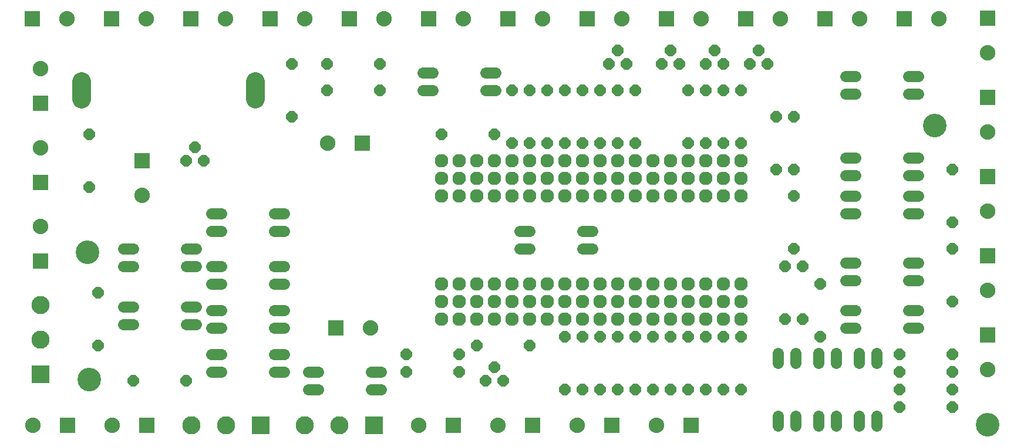
<source format=gbs>
G04 EAGLE Gerber RS-274X export*
G75*
%MOMM*%
%FSLAX34Y34*%
%LPD*%
%INBottom Soldermask*%
%IPPOS*%
%AMOC8*
5,1,8,0,0,1.08239X$1,22.5*%
G01*
%ADD10C,3.403194*%
%ADD11P,1.759533X8X22.500000*%
%ADD12C,1.955800*%
%ADD13C,1.625600*%
%ADD14P,1.759533X8X112.500000*%
%ADD15P,1.759533X8X292.500000*%
%ADD16P,1.759533X8X202.500000*%
%ADD17R,2.235200X2.235200*%
%ADD18C,2.235200*%
%ADD19R,2.616200X2.616200*%
%ADD20C,2.616200*%
%ADD21C,2.743200*%


D10*
X1435100Y63500D03*
X1358900Y495300D03*
X137160Y312420D03*
X139700Y128270D03*
D11*
X304800Y444500D03*
X292100Y463550D03*
X279400Y444500D03*
X736600Y127000D03*
X723900Y146050D03*
X711200Y127000D03*
X1054100Y584200D03*
X1041400Y603250D03*
X1028700Y584200D03*
X1117600Y584200D03*
X1104900Y603250D03*
X1092200Y584200D03*
D12*
X647700Y215900D03*
X673100Y215900D03*
X698500Y215900D03*
X723900Y215900D03*
X749300Y215900D03*
X774700Y215900D03*
X800100Y215900D03*
X825500Y215900D03*
X850900Y215900D03*
X876300Y215900D03*
X901700Y215900D03*
X927100Y215900D03*
X952500Y215900D03*
X977900Y215900D03*
X1003300Y215900D03*
X1028700Y215900D03*
X1054100Y215900D03*
X1079500Y215900D03*
X647700Y241300D03*
X673100Y241300D03*
X698500Y241300D03*
X723900Y241300D03*
X749300Y241300D03*
X774700Y241300D03*
X800100Y241300D03*
X825500Y241300D03*
X850900Y241300D03*
X876300Y241300D03*
X901700Y241300D03*
X927100Y241300D03*
X952500Y241300D03*
X977900Y241300D03*
X1003300Y241300D03*
X1028700Y241300D03*
X1054100Y241300D03*
X1079500Y241300D03*
X647700Y266700D03*
X673100Y266700D03*
X698500Y266700D03*
X723900Y266700D03*
X749300Y266700D03*
X774700Y266700D03*
X800100Y266700D03*
X825500Y266700D03*
X850900Y266700D03*
X876300Y266700D03*
X901700Y266700D03*
X927100Y266700D03*
X952500Y266700D03*
X977900Y266700D03*
X1003300Y266700D03*
X1028700Y266700D03*
X1054100Y266700D03*
X1079500Y266700D03*
X647700Y393700D03*
X673100Y393700D03*
X698500Y393700D03*
X723900Y393700D03*
X749300Y393700D03*
X774700Y393700D03*
X800100Y393700D03*
X825500Y393700D03*
X850900Y393700D03*
X876300Y393700D03*
X901700Y393700D03*
X927100Y393700D03*
X952500Y393700D03*
X977900Y393700D03*
X1003300Y393700D03*
X1028700Y393700D03*
X1054100Y393700D03*
X1079500Y393700D03*
X647700Y419100D03*
X673100Y419100D03*
X698500Y419100D03*
X723900Y419100D03*
X749300Y419100D03*
X774700Y419100D03*
X800100Y419100D03*
X825500Y419100D03*
X850900Y419100D03*
X876300Y419100D03*
X901700Y419100D03*
X927100Y419100D03*
X952500Y419100D03*
X977900Y419100D03*
X1003300Y419100D03*
X1028700Y419100D03*
X1054100Y419100D03*
X1079500Y419100D03*
X647700Y444500D03*
X673100Y444500D03*
X698500Y444500D03*
X723900Y444500D03*
X749300Y444500D03*
X774700Y444500D03*
X800100Y444500D03*
X825500Y444500D03*
X850900Y444500D03*
X876300Y444500D03*
X901700Y444500D03*
X927100Y444500D03*
X952500Y444500D03*
X977900Y444500D03*
X1003300Y444500D03*
X1028700Y444500D03*
X1054100Y444500D03*
X1079500Y444500D03*
D13*
X203200Y317500D02*
X188976Y317500D01*
X188976Y292100D02*
X203200Y292100D01*
X279400Y292100D02*
X293624Y292100D01*
X293624Y317500D02*
X279400Y317500D01*
X406400Y203200D02*
X420624Y203200D01*
X420624Y228600D02*
X406400Y228600D01*
X330200Y228600D02*
X315976Y228600D01*
X315976Y203200D02*
X330200Y203200D01*
X1320800Y271780D02*
X1335024Y271780D01*
X1335024Y297180D02*
X1320800Y297180D01*
X1244600Y297180D02*
X1230376Y297180D01*
X1230376Y271780D02*
X1244600Y271780D01*
X330200Y165100D02*
X315976Y165100D01*
X315976Y139700D02*
X330200Y139700D01*
X406400Y139700D02*
X420624Y139700D01*
X420624Y165100D02*
X406400Y165100D01*
X203200Y233680D02*
X188976Y233680D01*
X188976Y208280D02*
X203200Y208280D01*
X279400Y208280D02*
X293624Y208280D01*
X293624Y233680D02*
X279400Y233680D01*
X1320800Y203200D02*
X1335024Y203200D01*
X1335024Y228600D02*
X1320800Y228600D01*
X1244600Y228600D02*
X1230376Y228600D01*
X1230376Y203200D02*
X1244600Y203200D01*
X1249680Y76200D02*
X1249680Y61976D01*
X1275080Y61976D02*
X1275080Y76200D01*
X1275080Y152400D02*
X1275080Y166624D01*
X1249680Y166624D02*
X1249680Y152400D01*
X1191260Y76200D02*
X1191260Y61976D01*
X1216660Y61976D02*
X1216660Y76200D01*
X1216660Y152400D02*
X1216660Y166624D01*
X1191260Y166624D02*
X1191260Y152400D01*
X1132840Y76200D02*
X1132840Y61976D01*
X1158240Y61976D02*
X1158240Y76200D01*
X1158240Y152400D02*
X1158240Y166624D01*
X1132840Y166624D02*
X1132840Y152400D01*
X725424Y546100D02*
X711200Y546100D01*
X711200Y571500D02*
X725424Y571500D01*
X635000Y571500D02*
X620776Y571500D01*
X620776Y546100D02*
X635000Y546100D01*
X330200Y292100D02*
X315976Y292100D01*
X315976Y266700D02*
X330200Y266700D01*
X406400Y266700D02*
X420624Y266700D01*
X420624Y292100D02*
X406400Y292100D01*
X1320800Y368300D02*
X1335024Y368300D01*
X1335024Y393700D02*
X1320800Y393700D01*
X1244600Y393700D02*
X1230376Y393700D01*
X1230376Y368300D02*
X1244600Y368300D01*
X774700Y342900D02*
X760476Y342900D01*
X760476Y317500D02*
X774700Y317500D01*
X850900Y317500D02*
X865124Y317500D01*
X865124Y342900D02*
X850900Y342900D01*
X1320800Y422910D02*
X1335024Y422910D01*
X1335024Y448310D02*
X1320800Y448310D01*
X1244600Y448310D02*
X1230376Y448310D01*
X1230376Y422910D02*
X1244600Y422910D01*
X1320800Y541020D02*
X1335024Y541020D01*
X1335024Y566420D02*
X1320800Y566420D01*
X1244600Y566420D02*
X1230376Y566420D01*
X1230376Y541020D02*
X1244600Y541020D01*
X330200Y368300D02*
X315976Y368300D01*
X315976Y342900D02*
X330200Y342900D01*
X406400Y342900D02*
X420624Y342900D01*
X420624Y368300D02*
X406400Y368300D01*
X455676Y139700D02*
X469900Y139700D01*
X469900Y114300D02*
X455676Y114300D01*
X546100Y114300D02*
X560324Y114300D01*
X560324Y139700D02*
X546100Y139700D01*
D11*
X914400Y584200D03*
X901700Y603250D03*
X889000Y584200D03*
X990600Y584200D03*
X977900Y603250D03*
X965200Y584200D03*
D14*
X1130300Y431800D03*
X1130300Y508000D03*
D15*
X774700Y546100D03*
X774700Y469900D03*
D11*
X647700Y482600D03*
X723900Y482600D03*
D14*
X139700Y406400D03*
X139700Y482600D03*
X1155700Y317500D03*
X1155700Y393700D03*
D15*
X1384300Y317500D03*
X1384300Y241300D03*
D14*
X876300Y469900D03*
X876300Y546100D03*
D15*
X1028700Y546100D03*
X1028700Y469900D03*
D11*
X482600Y546100D03*
X558800Y546100D03*
D14*
X1003300Y469900D03*
X1003300Y546100D03*
D15*
X1054100Y546100D03*
X1054100Y469900D03*
D14*
X1155700Y431800D03*
X1155700Y508000D03*
X1384300Y355600D03*
X1384300Y431800D03*
X876300Y114300D03*
X876300Y190500D03*
X825500Y114300D03*
X825500Y190500D03*
D15*
X850900Y190500D03*
X850900Y114300D03*
D14*
X901700Y469900D03*
X901700Y546100D03*
D16*
X558800Y584200D03*
X482600Y584200D03*
D14*
X927100Y469900D03*
X927100Y546100D03*
X431800Y508000D03*
X431800Y584200D03*
X850900Y469900D03*
X850900Y546100D03*
X952500Y114300D03*
X952500Y190500D03*
D15*
X1143000Y292100D03*
X1143000Y215900D03*
D11*
X203200Y127000D03*
X279400Y127000D03*
D15*
X1193800Y266700D03*
X1193800Y190500D03*
D14*
X977900Y114300D03*
X977900Y190500D03*
X152400Y177800D03*
X152400Y254000D03*
D15*
X1079500Y546100D03*
X1079500Y469900D03*
D14*
X1003300Y114300D03*
X1003300Y190500D03*
D11*
X596900Y165100D03*
X673100Y165100D03*
D16*
X1384300Y114300D03*
X1308100Y114300D03*
D14*
X1028700Y114300D03*
X1028700Y190500D03*
D11*
X596900Y139700D03*
X673100Y139700D03*
D16*
X1384300Y88900D03*
X1308100Y88900D03*
D14*
X1054100Y114300D03*
X1054100Y190500D03*
D15*
X1168400Y292100D03*
X1168400Y215900D03*
D16*
X1384300Y139700D03*
X1308100Y139700D03*
D14*
X1079500Y114300D03*
X1079500Y190500D03*
D15*
X901700Y190500D03*
X901700Y114300D03*
D11*
X698500Y177800D03*
X774700Y177800D03*
D16*
X1384300Y165100D03*
X1308100Y165100D03*
D14*
X825500Y469900D03*
X825500Y546100D03*
D15*
X927100Y190500D03*
X927100Y114300D03*
X749300Y546100D03*
X749300Y469900D03*
D14*
X800100Y469900D03*
X800100Y546100D03*
D17*
X533400Y469900D03*
D18*
X483400Y469900D03*
D17*
X495300Y203200D03*
D18*
X545300Y203200D03*
D17*
X1200150Y648970D03*
D18*
X1250150Y648970D03*
D17*
X1085850Y648970D03*
D18*
X1135850Y648970D03*
D17*
X971550Y648970D03*
D18*
X1021550Y648970D03*
D19*
X69220Y135890D03*
D20*
X69220Y185890D03*
X69220Y235890D03*
D17*
X57150Y648970D03*
D18*
X107150Y648970D03*
D17*
X1007110Y62230D03*
D18*
X957110Y62230D03*
D17*
X892810Y62230D03*
D18*
X842810Y62230D03*
D17*
X107950Y62230D03*
D18*
X57950Y62230D03*
D17*
X400050Y648970D03*
D18*
X450050Y648970D03*
D17*
X222250Y62230D03*
D18*
X172250Y62230D03*
D17*
X628650Y648970D03*
D18*
X678650Y648970D03*
D17*
X742950Y648970D03*
D18*
X792950Y648970D03*
D17*
X857250Y648970D03*
D18*
X907250Y648970D03*
D17*
X514350Y648970D03*
D18*
X564350Y648970D03*
D17*
X664210Y62230D03*
D18*
X614210Y62230D03*
D17*
X778510Y62230D03*
D18*
X728510Y62230D03*
D19*
X386410Y62230D03*
D20*
X336410Y62230D03*
X286410Y62230D03*
D19*
X550240Y62230D03*
D20*
X500240Y62230D03*
X450240Y62230D03*
D17*
X69220Y527210D03*
D18*
X69220Y577210D03*
D21*
X128778Y558800D02*
X128778Y533400D01*
X379222Y533400D02*
X379222Y558800D01*
D17*
X1314450Y648970D03*
D18*
X1364450Y648970D03*
D17*
X1435100Y650240D03*
D18*
X1435100Y600240D03*
D17*
X1435100Y535940D03*
D18*
X1435100Y485940D03*
D17*
X1435100Y421640D03*
D18*
X1435100Y371640D03*
D17*
X1435100Y307340D03*
D18*
X1435100Y257340D03*
D17*
X1435100Y193040D03*
D18*
X1435100Y143040D03*
D17*
X171450Y648970D03*
D18*
X221450Y648970D03*
D17*
X285750Y648970D03*
D18*
X335750Y648970D03*
D17*
X69220Y413190D03*
D18*
X69220Y463190D03*
D17*
X69220Y299650D03*
D18*
X69220Y349650D03*
D17*
X215900Y444500D03*
D18*
X215900Y394500D03*
M02*

</source>
